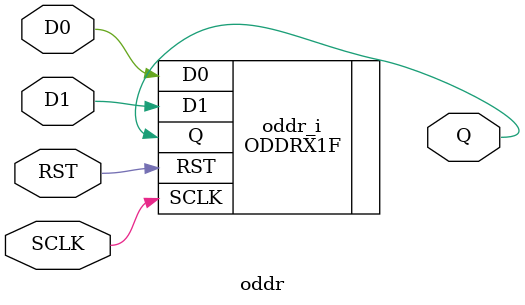
<source format=v>
module oddr(output Q, input SCLK, RST, D0, D1);
ODDRX1F oddr_i(.Q(Q), .SCLK(SCLK), .RST(RST), .D0(D0), .D1(D1));
endmodule


</source>
